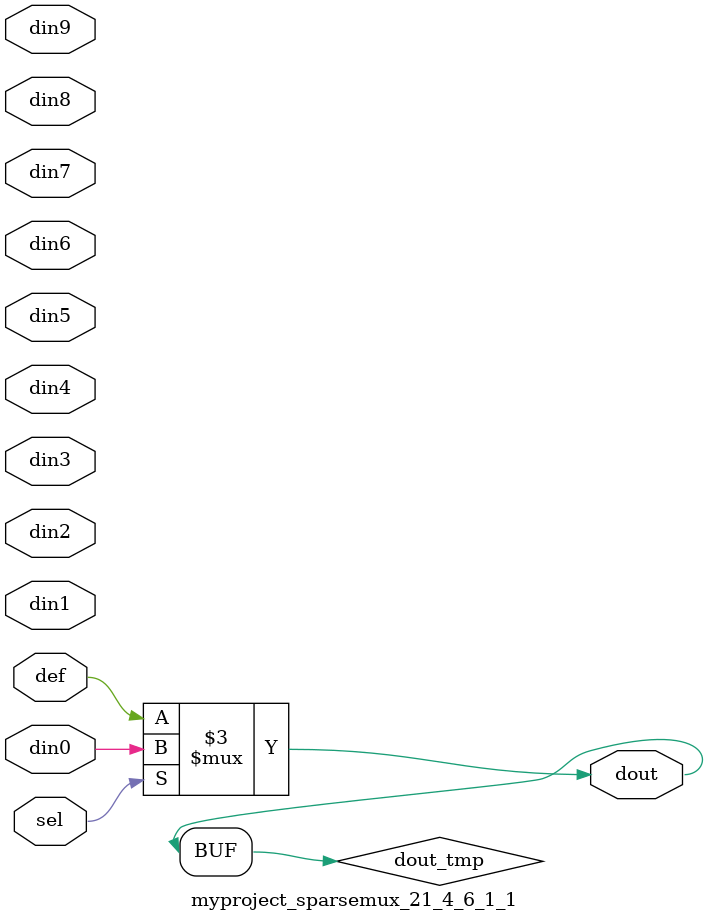
<source format=v>
`timescale 1ns / 1ps

module myproject_sparsemux_21_4_6_1_1 (din0,din1,din2,din3,din4,din5,din6,din7,din8,din9,def,sel,dout);

parameter din0_WIDTH = 1;

parameter din1_WIDTH = 1;

parameter din2_WIDTH = 1;

parameter din3_WIDTH = 1;

parameter din4_WIDTH = 1;

parameter din5_WIDTH = 1;

parameter din6_WIDTH = 1;

parameter din7_WIDTH = 1;

parameter din8_WIDTH = 1;

parameter din9_WIDTH = 1;

parameter def_WIDTH = 1;
parameter sel_WIDTH = 1;
parameter dout_WIDTH = 1;

parameter [sel_WIDTH-1:0] CASE0 = 1;

parameter [sel_WIDTH-1:0] CASE1 = 1;

parameter [sel_WIDTH-1:0] CASE2 = 1;

parameter [sel_WIDTH-1:0] CASE3 = 1;

parameter [sel_WIDTH-1:0] CASE4 = 1;

parameter [sel_WIDTH-1:0] CASE5 = 1;

parameter [sel_WIDTH-1:0] CASE6 = 1;

parameter [sel_WIDTH-1:0] CASE7 = 1;

parameter [sel_WIDTH-1:0] CASE8 = 1;

parameter [sel_WIDTH-1:0] CASE9 = 1;

parameter ID = 1;
parameter NUM_STAGE = 1;



input [din0_WIDTH-1:0] din0;

input [din1_WIDTH-1:0] din1;

input [din2_WIDTH-1:0] din2;

input [din3_WIDTH-1:0] din3;

input [din4_WIDTH-1:0] din4;

input [din5_WIDTH-1:0] din5;

input [din6_WIDTH-1:0] din6;

input [din7_WIDTH-1:0] din7;

input [din8_WIDTH-1:0] din8;

input [din9_WIDTH-1:0] din9;

input [def_WIDTH-1:0] def;
input [sel_WIDTH-1:0] sel;

output [dout_WIDTH-1:0] dout;



reg [dout_WIDTH-1:0] dout_tmp;


always @ (*) begin
(* parallel_case *) case (sel)
    
    CASE0 : dout_tmp = din0;
    
    CASE1 : dout_tmp = din1;
    
    CASE2 : dout_tmp = din2;
    
    CASE3 : dout_tmp = din3;
    
    CASE4 : dout_tmp = din4;
    
    CASE5 : dout_tmp = din5;
    
    CASE6 : dout_tmp = din6;
    
    CASE7 : dout_tmp = din7;
    
    CASE8 : dout_tmp = din8;
    
    CASE9 : dout_tmp = din9;
    
    default : dout_tmp = def;
endcase
end


assign dout = dout_tmp;



endmodule

</source>
